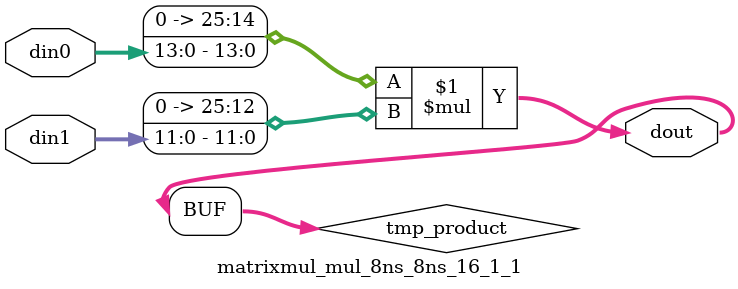
<source format=v>

`timescale 1 ns / 1 ps

  module matrixmul_mul_8ns_8ns_16_1_1(din0, din1, dout);
parameter ID = 1;
parameter NUM_STAGE = 0;
parameter din0_WIDTH = 14;
parameter din1_WIDTH = 12;
parameter dout_WIDTH = 26;

input [din0_WIDTH - 1 : 0] din0; 
input [din1_WIDTH - 1 : 0] din1; 
output [dout_WIDTH - 1 : 0] dout;

wire signed [dout_WIDTH - 1 : 0] tmp_product;










assign tmp_product = $signed({1'b0, din0}) * $signed({1'b0, din1});











assign dout = tmp_product;







endmodule

</source>
